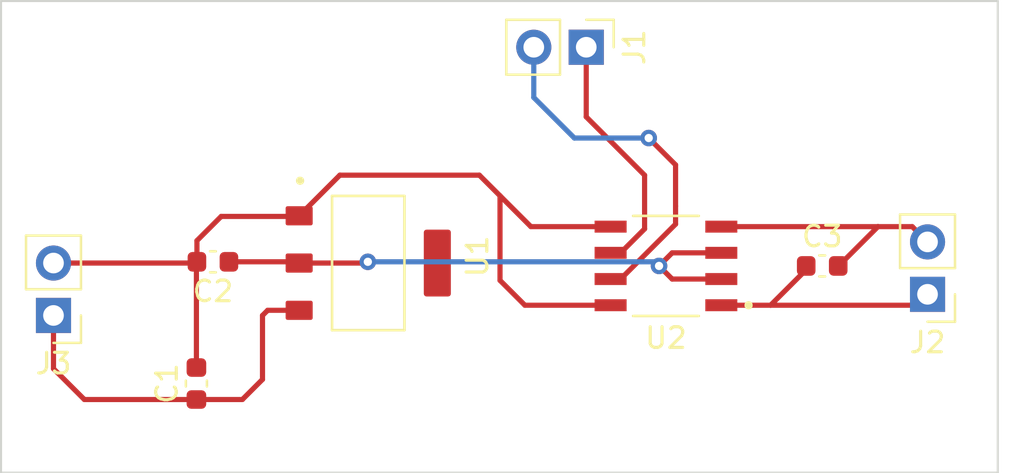
<source format=kicad_pcb>
(kicad_pcb (version 20221018) (generator pcbnew)
  (layers (0 "F.Cu" signal) (31 "B.Cu" signal) (34 "B.Paste" user) (35 "F.Paste" user) (36 "B.SilkS" user "B.Silkscreen") (37 "F.SilkS" user "F.Silkscreen") (38 "B.Mask" user) (39 "F.Mask" user) (44 "Edge.Cuts" user))
  (net 0 "")
  (net 1 "+12V")
  (net 2 "GND")
  (net 3 "-5V")
  (net 4 "Net-(J2-Pin_1)")
  (net 5 "Net-(J2-Pin_2)")
  (net 6 "Net-(J1-Pin_1)")
  (net 7 "Net-(J1-Pin_2)")
  (footprint "Capacitor_SMD:C_0603_1608Metric" (layer "F.Cu") (at 113.6 92.2 90)
    (fp_text reference "C1" (at 0 -1.43 90) (layer "F.SilkS"))
    (fp_text value "0.1uF" hide)
    (fp_line (start -0.14058 -0.51) (end 0.14058 -0.51) (stroke (width 0.12)) (layer "F.SilkS"))
    (fp_line (start -0.14058 0.51) (end 0.14058 0.51) (stroke (width 0.12)) (layer "F.SilkS"))
    (pad "1" smd roundrect (at -0.775 0 90) (size 0.9 0.95) (layers "F.Cu" "F.Paste" "F.Mask") (net 1 "+12V"))
    (pad "2" smd roundrect (at 0.775 0 90) (size 0.9 0.95) (layers "F.Cu" "F.Paste" "F.Mask") (net 2 "GND"))
  )
  (footprint "Connector_PinHeader_2.54mm:PinHeader_1x02_P2.54mm_Vertical" (layer "F.Cu") (at 132.475 75.9 -90)
    (fp_text reference "J1" (at 0 -2.33 90) (layer "F.SilkS"))
    (fp_text value "Conn_01x02" hide)
    (fp_line (start -1.33 -1.33) (end 0 -1.33) (stroke (width 0.12)) (layer "F.SilkS"))
    (fp_line (start -1.33 0) (end -1.33 -1.33) (stroke (width 0.12)) (layer "F.SilkS"))
    (fp_line (start -1.33 1.27) (end -1.33 3.87) (stroke (width 0.12)) (layer "F.SilkS"))
    (fp_line (start -1.33 1.27) (end 1.33 1.27) (stroke (width 0.12)) (layer "F.SilkS"))
    (fp_line (start -1.33 3.87) (end 1.33 3.87) (stroke (width 0.12)) (layer "F.SilkS"))
    (fp_line (start 1.33 1.27) (end 1.33 3.87) (stroke (width 0.12)) (layer "F.SilkS"))
    (pad "1" thru_hole rect (at 0 0 270) (size 1.7 1.7) (drill 1) (layers "*.Cu" "*.Mask") (net 6 "Net-(J1-Pin_1)"))
    (pad "2" thru_hole oval (at 0 2.54 270) (size 1.7 1.7) (drill 1) (layers "*.Cu" "*.Mask") (net 7 "Net-(J1-Pin_2)"))
  )
  (footprint "Connector_PinHeader_2.54mm:PinHeader_1x02_P2.54mm_Vertical" (layer "F.Cu") (at 106.68 88.9 180)
    (fp_text reference "J3" (at 0 -2.33) (layer "F.SilkS"))
    (fp_text value "Conn_01x02" hide)
    (fp_line (start -1.33 -1.33) (end 0 -1.33) (stroke (width 0.12)) (layer "F.SilkS"))
    (fp_line (start -1.33 0) (end -1.33 -1.33) (stroke (width 0.12)) (layer "F.SilkS"))
    (fp_line (start -1.33 1.27) (end -1.33 3.87) (stroke (width 0.12)) (layer "F.SilkS"))
    (fp_line (start -1.33 1.27) (end 1.33 1.27) (stroke (width 0.12)) (layer "F.SilkS"))
    (fp_line (start -1.33 3.87) (end 1.33 3.87) (stroke (width 0.12)) (layer "F.SilkS"))
    (fp_line (start 1.33 1.27) (end 1.33 3.87) (stroke (width 0.12)) (layer "F.SilkS"))
    (pad "1" thru_hole rect (at 0 0 180) (size 1.7 1.7) (drill 1) (layers "*.Cu" "*.Mask") (net 1 "+12V"))
    (pad "2" thru_hole oval (at 0 2.54 180) (size 1.7 1.7) (drill 1) (layers "*.Cu" "*.Mask") (net 2 "GND"))
  )
  (footprint "Capacitor_SMD:C_0603_1608Metric" (layer "F.Cu") (at 114.4 86.3 180)
    (fp_text reference "C2" (at 0 -1.43) (layer "F.SilkS"))
    (fp_text value "0.1" hide)
    (fp_line (start -0.14058 -0.51) (end 0.14058 -0.51) (stroke (width 0.12)) (layer "F.SilkS"))
    (fp_line (start -0.14058 0.51) (end 0.14058 0.51) (stroke (width 0.12)) (layer "F.SilkS"))
    (pad "1" smd roundrect (at -0.775 0 180) (size 0.9 0.95) (layers "F.Cu" "F.Paste" "F.Mask") (net 3 "-5V"))
    (pad "2" smd roundrect (at 0.775 0 180) (size 0.9 0.95) (layers "F.Cu" "F.Paste" "F.Mask") (net 2 "GND"))
  )
  (footprint "L9110S:SOIC127P599X172-8N" (layer "F.Cu") (at 136.335 86.5 180)
    (fp_text reference "U2" (at 0 -3.4925) (layer "F.SilkS"))
    (fp_text value "L9110S" hide)
    (fp_line (start -1.59 -2.4257) (end 1.59 -2.4257) (stroke (width 0.127)) (layer "F.SilkS"))
    (fp_line (start 1.59 2.4257) (end -1.59 2.4257) (stroke (width 0.127)) (layer "F.SilkS"))
    (fp_circle (center -4 -1.905) (end -3.9 -1.905) (stroke (width 0.2)) (fill none) (layer "F.SilkS"))
    (pad "1" smd rect (at -2.68 -1.905 180) (size 1.55 0.58) (layers "F.Cu" "F.Paste" "F.Mask") (net 4 "Net-(J2-Pin_1)"))
    (pad "2" smd rect (at -2.68 -0.635 180) (size 1.55 0.58) (layers "F.Cu" "F.Paste" "F.Mask") (net 3 "-5V"))
    (pad "3" smd rect (at -2.68 0.635 180) (size 1.55 0.58) (layers "F.Cu" "F.Paste" "F.Mask") (net 3 "-5V"))
    (pad "4" smd rect (at -2.68 1.905 180) (size 1.55 0.58) (layers "F.Cu" "F.Paste" "F.Mask") (net 5 "Net-(J2-Pin_2)"))
    (pad "5" smd rect (at 2.68 1.905 180) (size 1.55 0.58) (layers "F.Cu" "F.Paste" "F.Mask") (net 2 "GND"))
    (pad "6" smd rect (at 2.68 0.635 180) (size 1.55 0.58) (layers "F.Cu" "F.Paste" "F.Mask") (net 6 "Net-(J1-Pin_1)"))
    (pad "7" smd rect (at 2.68 -0.635 180) (size 1.55 0.58) (layers "F.Cu" "F.Paste" "F.Mask") (net 7 "Net-(J1-Pin_2)"))
    (pad "8" smd rect (at 2.68 -1.905 180) (size 1.55 0.58) (layers "F.Cu" "F.Paste" "F.Mask") (net 2 "GND"))
  )
  (footprint "Capacitor_SMD:C_0603_1608Metric" (layer "F.Cu") (at 143.9 86.5)
    (fp_text reference "C3" (at 0 -1.43) (layer "F.SilkS"))
    (fp_text value "C" hide)
    (fp_line (start -0.14058 -0.51) (end 0.14058 -0.51) (stroke (width 0.12)) (layer "F.SilkS"))
    (fp_line (start -0.14058 0.51) (end 0.14058 0.51) (stroke (width 0.12)) (layer "F.SilkS"))
    (pad "1" smd roundrect (at -0.775 0) (size 0.9 0.95) (layers "F.Cu" "F.Paste" "F.Mask") (net 4 "Net-(J2-Pin_1)"))
    (pad "2" smd roundrect (at 0.775 0) (size 0.9 0.95) (layers "F.Cu" "F.Paste" "F.Mask") (net 5 "Net-(J2-Pin_2)"))
  )
  (footprint "AMS1117-5.0:SOT229P700X180-4N" (layer "F.Cu") (at 121.92 86.36 -90)
    (fp_text reference "U1" (at -0.3275 -5.285 90) (layer "F.SilkS"))
    (fp_text value "AMS1117-5.0" hide)
    (fp_line (start -3.2525 -1.7525) (end 3.2525 -1.7525) (stroke (width 0.127)) (layer "F.SilkS"))
    (fp_line (start -3.2525 1.7525) (end -3.2525 -1.7525) (stroke (width 0.127)) (layer "F.SilkS"))
    (fp_line (start 3.2525 -1.7525) (end 3.2525 1.7525) (stroke (width 0.127)) (layer "F.SilkS"))
    (fp_line (start 3.2525 1.7525) (end -3.2525 1.7525) (stroke (width 0.127)) (layer "F.SilkS"))
    (fp_circle (center -3.99 3.3) (end -3.89 3.3) (stroke (width 0.2)) (fill none) (layer "F.SilkS"))
    (pad "1" smd roundrect (at -2.29 3.345 270) (size 0.93 1.31) (layers "F.Cu" "F.Paste" "F.Mask") (roundrect_rratio 0.1) (net 2 "GND"))
    (pad "2" smd roundrect (at 0 3.345 270) (size 0.93 1.31) (layers "F.Cu" "F.Paste" "F.Mask") (roundrect_rratio 0.1) (net 3 "-5V"))
    (pad "3" smd roundrect (at 2.29 3.345 270) (size 0.93 1.31) (layers "F.Cu" "F.Paste" "F.Mask") (roundrect_rratio 0.1) (net 1 "+12V"))
    (pad "4" smd roundrect (at 0 -3.345 270) (size 3.24 1.31) (layers "F.Cu" "F.Paste" "F.Mask") (roundrect_rratio 0.1))
  )
  (footprint "Connector_PinHeader_2.54mm:PinHeader_1x02_P2.54mm_Vertical" (layer "F.Cu") (at 149 87.875 180)
    (fp_text reference "J2" (at 0 -2.33) (layer "F.SilkS"))
    (fp_text value "Conn_01x02")
    (fp_line (start -1.33 -1.33) (end 0 -1.33) (stroke (width 0.12)) (layer "F.SilkS"))
    (fp_line (start -1.33 0) (end -1.33 -1.33) (stroke (width 0.12)) (layer "F.SilkS"))
    (fp_line (start -1.33 1.27) (end -1.33 3.87) (stroke (width 0.12)) (layer "F.SilkS"))
    (fp_line (start -1.33 1.27) (end 1.33 1.27) (stroke (width 0.12)) (layer "F.SilkS"))
    (fp_line (start -1.33 3.87) (end 1.33 3.87) (stroke (width 0.12)) (layer "F.SilkS"))
    (fp_line (start 1.33 1.27) (end 1.33 3.87) (stroke (width 0.12)) (layer "F.SilkS"))
    (pad "1" thru_hole rect (at 0 0 180) (size 1.7 1.7) (drill 1) (layers "*.Cu" "*.Mask") (net 4 "Net-(J2-Pin_1)"))
    (pad "2" thru_hole oval (at 0 2.54 180) (size 1.7 1.7) (drill 1) (layers "*.Cu" "*.Mask") (net 5 "Net-(J2-Pin_2)"))
  )
  (gr_line (start 152.4 96.52) (end 104.14 96.52) (stroke (width 0.1)) (layer "Edge.Cuts"))
  (gr_line (start 104.14 96.52) (end 104.14 73.66) (stroke (width 0.1)) (layer "Edge.Cuts"))
  (gr_line (start 104.14 73.66) (end 152.4 73.66) (stroke (width 0.1)) (layer "Edge.Cuts"))
  (gr_line (start 152.4 73.66) (end 152.4 96.52) (stroke (width 0.1)) (layer "Edge.Cuts"))
  (segment (start 117.05 88.65) (end 118.575 88.65) (width 0.25) (layer "F.Cu") (net 1))
  (segment (start 116.8 92) (end 116.8 88.9) (width 0.25) (layer "F.Cu") (net 1))
  (segment (start 106.68 91.48) (end 108.175 92.975) (width 0.25) (layer "F.Cu") (net 1))
  (segment (start 108.175 92.975) (end 113.6 92.975) (width 0.25) (layer "F.Cu") (net 1))
  (segment (start 106.68 88.9) (end 106.68 91.48) (width 0.25) (layer "F.Cu") (net 1))
  (segment (start 115.825 92.975) (end 116.8 92) (width 0.25) (layer "F.Cu") (net 1))
  (segment (start 113.6 92.975) (end 115.825 92.975) (width 0.25) (layer "F.Cu") (net 1))
  (segment (start 116.8 88.9) (end 117.05 88.65) (width 0.25) (layer "F.Cu") (net 1))
  (segment (start 113.565 86.36) (end 106.68 86.36) (width 0.25) (layer "F.Cu") (net 2))
  (segment (start 118.575 84.07) (end 120.545 82.1) (width 0.25) (layer "F.Cu") (net 2))
  (segment (start 127.3 82.1) (end 128.3 83.1) (width 0.25) (layer "F.Cu") (net 2))
  (segment (start 118.545 84.1) (end 118.575 84.07) (width 0.25) (layer "F.Cu") (net 2))
  (segment (start 120.545 82.1) (end 127.3 82.1) (width 0.25) (layer "F.Cu") (net 2))
  (segment (start 113.625 86.3) (end 113.565 86.36) (width 0.25) (layer "F.Cu") (net 2))
  (segment (start 113.6 86.325) (end 113.6 91.425) (width 0.25) (layer "F.Cu") (net 2))
  (segment (start 129.795 84.595) (end 133.655 84.595) (width 0.25) (layer "F.Cu") (net 2))
  (segment (start 128.3 83.1) (end 128.3 87.2) (width 0.25) (layer "F.Cu") (net 2))
  (segment (start 128.3 87.2) (end 129.505 88.405) (width 0.25) (layer "F.Cu") (net 2))
  (segment (start 129.505 88.405) (end 133.655 88.405) (width 0.25) (layer "F.Cu") (net 2))
  (segment (start 113.625 85.275) (end 114.8 84.1) (width 0.25) (layer "F.Cu") (net 2))
  (segment (start 128.3 83.1) (end 129.795 84.595) (width 0.25) (layer "F.Cu") (net 2))
  (segment (start 114.8 84.1) (end 118.545 84.1) (width 0.25) (layer "F.Cu") (net 2))
  (segment (start 113.625 86.3) (end 113.625 85.275) (width 0.25) (layer "F.Cu") (net 2))
  (segment (start 113.625 86.3) (end 113.6 86.325) (width 0.25) (layer "F.Cu") (net 2))
  (segment (start 121.84 86.36) (end 121.9 86.3) (width 0.25) (layer "F.Cu") (net 3))
  (segment (start 136.635 87.135) (end 139.015 87.135) (width 0.25) (layer "F.Cu") (net 3))
  (segment (start 136 86.5) (end 136.635 85.865) (width 0.25) (layer "F.Cu") (net 3))
  (segment (start 115.175 86.3) (end 118.515 86.3) (width 0.25) (layer "F.Cu") (net 3))
  (segment (start 118.515 86.3) (end 118.575 86.36) (width 0.25) (layer "F.Cu") (net 3))
  (segment (start 136.635 85.865) (end 139.015 85.865) (width 0.25) (layer "F.Cu") (net 3))
  (segment (start 118.575 86.36) (end 121.84 86.36) (width 0.25) (layer "F.Cu") (net 3))
  (segment (start 136 86.5) (end 136.635 87.135) (width 0.25) (layer "F.Cu") (net 3))
  (via (at 136 86.5) (size 0.8) (drill 0.4) (layers "F.Cu" "B.Cu") (net 3))
  (via (at 121.9 86.3) (size 0.8) (drill 0.4) (layers "F.Cu" "B.Cu") (net 3))
  (segment (start 121.9 86.3) (end 135.8 86.3) (width 0.25) (layer "B.Cu") (net 3))
  (segment (start 135.8 86.3) (end 136 86.5) (width 0.25) (layer "B.Cu") (net 3))
  (segment (start 139.015 88.405) (end 141.4 88.405) (width 0.25) (layer "F.Cu") (net 4))
  (segment (start 148.47 88.405) (end 149 87.875) (width 0.25) (layer "F.Cu") (net 4))
  (segment (start 143.125 86.5) (end 143.125 86.68) (width 0.25) (layer "F.Cu") (net 4))
  (segment (start 143.125 86.68) (end 141.4 88.405) (width 0.25) (layer "F.Cu") (net 4))
  (segment (start 141.4 88.405) (end 148.47 88.405) (width 0.25) (layer "F.Cu") (net 4))
  (segment (start 144.675 86.5) (end 144.695 86.5) (width 0.25) (layer "F.Cu") (net 5))
  (segment (start 146.6 84.595) (end 148.26 84.595) (width 0.25) (layer "F.Cu") (net 5))
  (segment (start 148.26 84.595) (end 149 85.335) (width 0.25) (layer "F.Cu") (net 5))
  (segment (start 139.015 84.595) (end 146.6 84.595) (width 0.25) (layer "F.Cu") (net 5))
  (segment (start 144.695 86.5) (end 146.6 84.595) (width 0.25) (layer "F.Cu") (net 5))
  (segment (start 133.655 85.865) (end 134.14 85.865) (width 0.25) (layer "F.Cu") (net 6))
  (segment (start 134.14 85.865) (end 135.3 84.705) (width 0.25) (layer "F.Cu") (net 6))
  (segment (start 135.3 84.705) (end 135.3 82.1) (width 0.25) (layer "F.Cu") (net 6))
  (segment (start 132.475 75.9) (end 132.475 79.275) (width 0.25) (layer "F.Cu") (net 6))
  (segment (start 132.475 79.275) (end 135.3 82.1) (width 0.25) (layer "F.Cu") (net 6))
  (segment (start 134.14 87.135) (end 136.8 84.475) (width 0.25) (layer "F.Cu") (net 7))
  (segment (start 136.8 83.6) (end 136.8 81.6) (width 0.25) (layer "F.Cu") (net 7))
  (segment (start 136.8 81.6) (end 135.5 80.3) (width 0.25) (layer "F.Cu") (net 7))
  (segment (start 136.8 84.475) (end 136.8 83.6) (width 0.25) (layer "F.Cu") (net 7))
  (segment (start 133.655 87.135) (end 134.14 87.135) (width 0.25) (layer "F.Cu") (net 7))
  (via (at 135.5 80.3) (size 0.8) (drill 0.4) (layers "F.Cu" "B.Cu") (net 7))
  (segment (start 135.5 80.3) (end 131.9 80.3) (width 0.25) (layer "B.Cu") (net 7))
  (segment (start 129.935 78.335) (end 129.935 75.9) (width 0.25) (layer "B.Cu") (net 7))
  (segment (start 131.9 80.3) (end 129.935 78.335) (width 0.25) (layer "B.Cu") (net 7))
)
</source>
